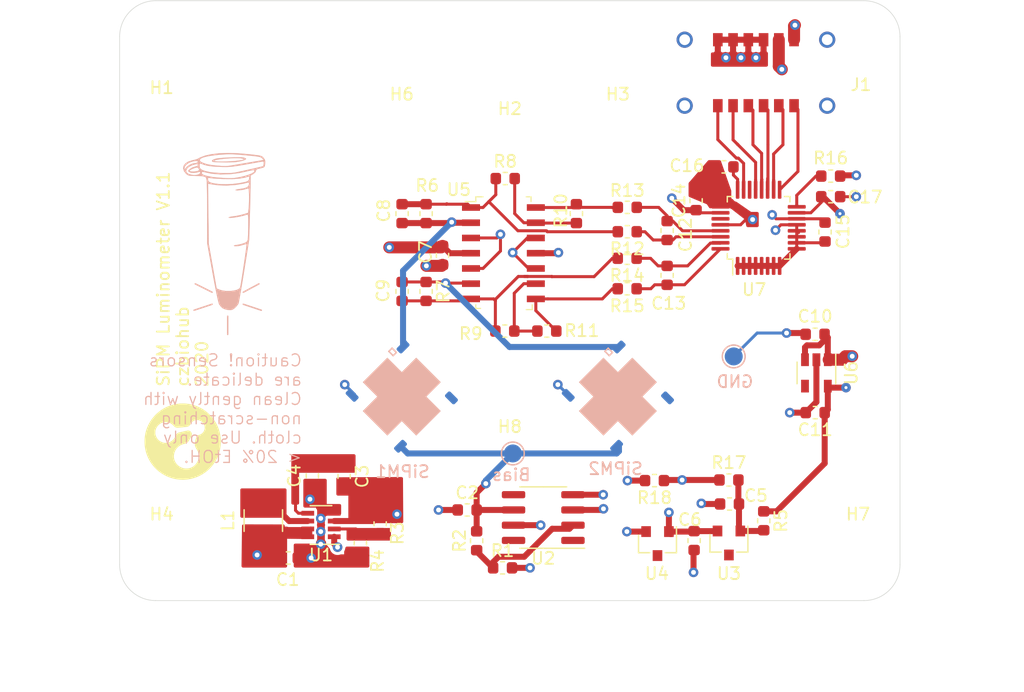
<source format=kicad_pcb>
(kicad_pcb (version 20171130) (host pcbnew "(5.1.5-0)")
  (layers (0 F.Cu signal) (1 In1.Cu signal) (2 In2.Cu signal) (31 B.Cu signal) (34 B.Paste user) (35 F.Paste user) (36 B.SilkS user) (37 F.SilkS user) (38 B.Mask user) (39 F.Mask user) (44 Edge.Cuts user))
  (net 0 "")
  (net 1 GNDA)
  (net 2 +5V)
  (net 3 "Net-(C3-Pad2)")
  (net 4 +3V0)
  (net 5 "Net-(C13-Pad1)")
  (net 6 +3V3)
  (net 7 /ADC0P)
  (net 8 /ADC0N)
  (net 9 /ADC1P)
  (net 10 /ADC1N)
  (net 11 /MOSI)
  (net 12 /MISO)
  (net 13 /SCLK)
  (net 14 /~CS)
  (net 15 "Net-(R3-Pad2)")
  (net 16 /BIAS)
  (net 17 /REF1.2V)
  (net 18 +34V)
  (net 19 "Net-(C9-Pad1)")
  (net 20 "Net-(C12-Pad2)")
  (net 21 "Net-(C12-Pad1)")
  (net 22 "Net-(C13-Pad2)")
  (net 23 /~DRDY)
  (net 24 "Net-(L1-Pad2)")
  (net 25 "Net-(R1-Pad1)")
  (net 26 "Net-(R10-Pad1)")
  (net 27 "Net-(R11-Pad1)")
  (net 28 "Net-(R16-Pad2)")
  (net 29 /GPCLK)
  (net 30 "Net-(C8-Pad2)")
  (net 31 "Net-(C16-Pad1)")
  (net 32 "Net-(C5-Pad1)")
  (net 33 /SiPM_REF)
  (module Luminometer_OPT101_Footprints:pcrTube (layer B.Cu) (at 123.75 99.2 180)
    (fp_text reference G*** hide)
    (fp_text value LOGO hide)
  )
  (module Luminometer_OPT101_Footprints:Harting_15210122401000 (layer F.Cu) (at 168 86)
    (fp_text reference J1 (at 8.75 1) (layer F.SilkS))
    (fp_text value Harting__15210122401000)
    (pad "" np_thru_hole circle (at 5.385 0) (size 1.6 1.6) (drill 1.6) (layers *.Cu *.Mask))
    (pad "" np_thru_hole circle (at -5.385 0) (size 1.6 1.6) (drill 1.6) (layers *.Cu *.Mask))
    (pad "" thru_hole circle (at -5.935 2.75) (size 1.35 1.35) (drill 0.9) (layers *.Cu *.Mask))
    (pad "" thru_hole circle (at 5.935 2.75) (size 1.35 1.35) (drill 0.9) (layers *.Cu *.Mask))
    (pad "" thru_hole circle (at 5.935 -2.75) (size 1.35 1.35) (drill 0.9) (layers *.Cu *.Mask))
    (pad "" thru_hole circle (at -5.935 -2.75) (size 1.35 1.35) (drill 0.9) (layers *.Cu *.Mask))
    (pad a6 smd rect (at -3.175 2.75) (size 0.8 1.1) (layers F.Cu F.Paste F.Mask) (net 29 /GPCLK))
    (pad a5 smd rect (at -1.905 2.75) (size 0.8 1.1) (layers F.Cu F.Paste F.Mask) (net 11 /MOSI))
    (pad a4 smd rect (at -0.635 2.75) (size 0.8 1.1) (layers F.Cu F.Paste F.Mask) (net 12 /MISO))
    (pad b1 smd rect (at 3.175 -2.75) (size 0.8 1.1) (layers F.Cu F.Paste F.Mask) (net 2 +5V))
    (pad b2 smd rect (at 1.905 -2.75) (size 0.8 1.1) (layers F.Cu F.Paste F.Mask) (net 6 +3V3))
    (pad b6 smd rect (at -3.175 -2.75) (size 0.8 1.1) (layers F.Cu F.Paste F.Mask) (net 1 GNDA))
    (pad a3 smd rect (at 0.635 2.75) (size 0.8 1.1) (layers F.Cu F.Paste F.Mask) (net 13 /SCLK))
    (pad a2 smd rect (at 1.905 2.75) (size 0.8 1.1) (layers F.Cu F.Paste F.Mask) (net 23 /~DRDY))
    (pad a1 smd rect (at 3.175 2.75) (size 0.8 1.1) (layers F.Cu F.Paste F.Mask) (net 14 /~CS))
    (pad b5 smd rect (at -1.905 -2.75) (size 0.8 1.1) (layers F.Cu F.Paste F.Mask) (net 1 GNDA))
    (pad b4 smd rect (at -0.635 -2.75) (size 0.8 1.1) (layers F.Cu F.Paste F.Mask) (net 1 GNDA))
    (pad b3 smd rect (at 0.635 -2.75) (size 0.8 1.1) (layers F.Cu F.Paste F.Mask) (net 1 GNDA))
  )
  (module Luminometer_OPT101_Footprints:Untitled (layer F.Cu) (at 120.25 116.75)
    (fp_text reference G*** hide)
    (fp_text value LOGO hide)
  )
  (module Resistor_SMD:R_0603_1608Metric (layer F.Cu) (at 159.55 120 180)
    (fp_text reference R18 (at 0 -1.43) (layer F.SilkS))
    (fp_text value 2k)
    (pad 2 smd roundrect (at 0.7875 0 180) (size 0.875 0.95) (layers F.Cu F.Paste F.Mask) (net 1 GNDA))
    (pad 1 smd roundrect (at -0.7875 0 180) (size 0.875 0.95) (layers F.Cu F.Paste F.Mask) (net 33 /SiPM_REF))
  )
  (module Resistor_SMD:R_0603_1608Metric (layer F.Cu) (at 165.75 119.95 180)
    (fp_text reference R17 (at 0 1.45) (layer F.SilkS))
    (fp_text value 180R)
    (pad 2 smd roundrect (at 0.7875 0 180) (size 0.875 0.95) (layers F.Cu F.Paste F.Mask) (net 33 /SiPM_REF))
    (pad 1 smd roundrect (at -0.7875 0 180) (size 0.875 0.95) (layers F.Cu F.Paste F.Mask) (net 32 "Net-(C5-Pad1)"))
  )
  (module TestPoint:TestPoint_Pad_D1.5mm (layer B.Cu) (at 166.15 109.65 90)
    (fp_text reference GND (at -2.1 0.1) (layer B.SilkS) (effects (justify mirror)))
    (fp_text value TestPoint)
    (pad 1 smd circle (at 0 0 90) (size 1.5 1.5) (layers B.Cu B.Mask) (net 1 GNDA))
  )
  (module MountingHole:MountingHole_2.7mm_M2.5 (layer F.Cu) (at 147.5 113)
    (fp_text reference H8 (at 0 2.5) (layer F.SilkS))
    (fp_text value MountingHole)
    (pad 1 np_thru_hole circle (at 0 0) (size 2.7 2.7) (drill 2.7) (layers *.Cu *.Mask))
  )
  (module MountingHole:MountingHole_2.7mm_M2.5 (layer F.Cu) (at 176.5 126.5)
    (fp_text reference H7 (at 0 -3.7) (layer F.SilkS))
    (fp_text value MountingHole)
    (pad 1 np_thru_hole circle (at 0 0) (size 2.7 2.7) (drill 2.7) (layers *.Cu *.Mask))
  )
  (module MountingHole:MountingHole_2.2mm_M2 (layer F.Cu) (at 138.5 90.992)
    (fp_text reference H6 (at 0 -3.2) (layer F.SilkS))
    (fp_text value MountingHole)
    (pad 1 np_thru_hole circle (at 0 0) (size 2.2 2.2) (drill 2.2) (layers *.Cu *.Mask))
  )
  (module MountingHole:MountingHole_2.7mm_M2.5 (layer F.Cu) (at 118.5 126.5)
    (fp_text reference H4 (at 0 -3.7) (layer F.SilkS))
    (fp_text value MountingHole)
    (pad 1 np_thru_hole circle (at 0 0) (size 2.7 2.7) (drill 2.7) (layers *.Cu *.Mask))
  )
  (module MountingHole:MountingHole_2.2mm_M2 (layer F.Cu) (at 156.5 90.992)
    (fp_text reference H3 (at 0 -3.2) (layer F.SilkS))
    (fp_text value MountingHole)
    (pad 1 np_thru_hole circle (at 0 0) (size 2.2 2.2) (drill 2.2) (layers *.Cu *.Mask))
  )
  (module MountingHole:MountingHole_2.7mm_M2.5 (layer F.Cu) (at 147.5 85)
    (fp_text reference H2 (at 0 4) (layer F.SilkS))
    (fp_text value MountingHole)
    (pad 1 np_thru_hole circle (at 0 0) (size 2.7 2.7) (drill 2.7) (layers *.Cu *.Mask))
  )
  (module MountingHole:MountingHole_2.7mm_M2.5 (layer F.Cu) (at 118.5 83.5)
    (fp_text reference H1 (at 0 3.75) (layer F.SilkS))
    (fp_text value MountingHole)
    (pad 1 np_thru_hole circle (at 0 0) (size 2.7 2.7) (drill 2.7) (layers *.Cu *.Mask))
  )
  (module Capacitor_SMD:C_0603_1608Metric (layer F.Cu) (at 163.016 96.6685 90)
    (fp_text reference C14 (at 0 -1.43 90) (layer F.SilkS))
    (fp_text value 1uF)
    (pad 2 smd roundrect (at 0.7875 0 90) (size 0.875 0.95) (layers F.Cu F.Paste F.Mask) (net 1 GNDA))
    (pad 1 smd roundrect (at -0.7875 0 90) (size 0.875 0.95) (layers F.Cu F.Paste F.Mask) (net 6 +3V3))
  )
  (module Capacitor_SMD:C_0603_1608Metric (layer F.Cu) (at 133.7 119.65 90)
    (fp_text reference C3 (at 0 1.5 90) (layer F.SilkS))
    (fp_text value 220nF)
    (pad 2 smd roundrect (at 0.7875 0 90) (size 0.875 0.95) (layers F.Cu F.Paste F.Mask) (net 3 "Net-(C3-Pad2)"))
    (pad 1 smd roundrect (at -0.7875 0 90) (size 0.875 0.95) (layers F.Cu F.Paste F.Mask) (net 18 +34V))
  )
  (module Capacitor_SMD:C_0603_1608Metric (layer F.Cu) (at 129.05 126.45)
    (fp_text reference C1 (at -0.05 1.8) (layer F.SilkS))
    (fp_text value 1uF)
    (pad 2 smd roundrect (at 0.7875 0) (size 0.875 0.95) (layers F.Cu F.Paste F.Mask) (net 1 GNDA))
    (pad 1 smd roundrect (at -0.7875 0) (size 0.875 0.95) (layers F.Cu F.Paste F.Mask) (net 2 +5V))
  )
  (module Capacitor_SMD:C_0603_1608Metric (layer F.Cu) (at 165.8 121.95 180)
    (fp_text reference C5 (at -2.2 0.7) (layer F.SilkS))
    (fp_text value 220nF)
    (pad 2 smd roundrect (at 0.7875 0 180) (size 0.875 0.95) (layers F.Cu F.Paste F.Mask) (net 1 GNDA))
    (pad 1 smd roundrect (at -0.7875 0 180) (size 0.875 0.95) (layers F.Cu F.Paste F.Mask) (net 32 "Net-(C5-Pad1)"))
  )
  (module Capacitor_SMD:C_0603_1608Metric (layer F.Cu) (at 162.85 125 270)
    (fp_text reference C6 (at -1.75 0.35 180) (layer F.SilkS))
    (fp_text value 220nF)
    (pad 2 smd roundrect (at 0.7875 0 270) (size 0.875 0.95) (layers F.Cu F.Paste F.Mask) (net 1 GNDA))
    (pad 1 smd roundrect (at -0.7875 0 270) (size 0.875 0.95) (layers F.Cu F.Paste F.Mask) (net 17 /REF1.2V))
  )
  (module Capacitor_SMD:C_0603_1608Metric (layer F.Cu) (at 138.526 97.7475 270)
    (fp_text reference C8 (at -0.2475 1.526 90) (layer F.SilkS))
    (fp_text value 1uF)
    (pad 2 smd roundrect (at 0.7875 0 270) (size 0.875 0.95) (layers F.Cu F.Paste F.Mask) (net 30 "Net-(C8-Pad2)"))
    (pad 1 smd roundrect (at -0.7875 0 270) (size 0.875 0.95) (layers F.Cu F.Paste F.Mask) (net 8 /ADC0N))
  )
  (module Package_TO_SOT_SMD:SOT-23 (layer F.Cu) (at 159.8 125.25 270)
    (fp_text reference U4 (at 2.5 0.05) (layer F.SilkS))
    (fp_text value ADR512)
    (pad 3 smd rect (at 1 0 270) (size 0.9 0.8) (layers F.Cu F.Paste F.Mask))
    (pad 2 smd rect (at -1 0.95 270) (size 0.9 0.8) (layers F.Cu F.Paste F.Mask) (net 1 GNDA))
    (pad 1 smd rect (at -1 -0.95 270) (size 0.9 0.8) (layers F.Cu F.Paste F.Mask) (net 17 /REF1.2V))
  )
  (module Resistor_SMD:R_0603_1608Metric (layer F.Cu) (at 140.526 104.2315 270)
    (fp_text reference R7 (at 0 -1.43 90) (layer F.SilkS))
    (fp_text value 100k)
    (pad 2 smd roundrect (at 0.7875 0 270) (size 0.875 0.95) (layers F.Cu F.Paste F.Mask) (net 10 /ADC1N))
    (pad 1 smd roundrect (at -0.7875 0 270) (size 0.875 0.95) (layers F.Cu F.Paste F.Mask) (net 19 "Net-(C9-Pad1)"))
  )
  (module Resistor_SMD:R_0603_1608Metric (layer F.Cu) (at 147.0835 107.535)
    (fp_text reference R9 (at -2.8335 0.215) (layer F.SilkS))
    (fp_text value 2k)
    (pad 2 smd roundrect (at 0.7875 0) (size 0.875 0.95) (layers F.Cu F.Paste F.Mask) (net 27 "Net-(R11-Pad1)"))
    (pad 1 smd roundrect (at -0.7875 0) (size 0.875 0.95) (layers F.Cu F.Paste F.Mask) (net 10 /ADC1N))
  )
  (module Resistor_SMD:R_0603_1608Metric (layer F.Cu) (at 153.046 97.7475 90)
    (fp_text reference R10 (at 0.2475 -1.296 270) (layer F.SilkS))
    (fp_text value 2k)
    (pad 2 smd roundrect (at 0.7875 0 90) (size 0.875 0.95) (layers F.Cu F.Paste F.Mask) (net 7 /ADC0P))
    (pad 1 smd roundrect (at -0.7875 0 90) (size 0.875 0.95) (layers F.Cu F.Paste F.Mask) (net 26 "Net-(R10-Pad1)"))
  )
  (module Resistor_SMD:R_0603_1608Metric (layer F.Cu) (at 157.2835 97.223 180)
    (fp_text reference R13 (at 0 1.397) (layer F.SilkS))
    (fp_text value 1k)
    (pad 2 smd roundrect (at 0.7875 0 180) (size 0.875 0.95) (layers F.Cu F.Paste F.Mask) (net 7 /ADC0P))
    (pad 1 smd roundrect (at -0.7875 0 180) (size 0.875 0.95) (layers F.Cu F.Paste F.Mask) (net 20 "Net-(C12-Pad2)"))
  )
  (module Resistor_SMD:R_0603_1608Metric (layer F.Cu) (at 157.2755 101.469 180)
    (fp_text reference R14 (at 0 -1.43) (layer F.SilkS))
    (fp_text value 1k)
    (pad 2 smd roundrect (at 0.7875 0 180) (size 0.875 0.95) (layers F.Cu F.Paste F.Mask) (net 10 /ADC1N))
    (pad 1 smd roundrect (at -0.7875 0 180) (size 0.875 0.95) (layers F.Cu F.Paste F.Mask) (net 5 "Net-(C13-Pad1)"))
  )
  (module Resistor_SMD:R_0603_1608Metric (layer F.Cu) (at 157.2755 104.009 180)
    (fp_text reference R15 (at 0 -1.43) (layer F.SilkS))
    (fp_text value 1k)
    (pad 2 smd roundrect (at 0.7875 0 180) (size 0.875 0.95) (layers F.Cu F.Paste F.Mask) (net 9 /ADC1P))
    (pad 1 smd roundrect (at -0.7875 0 180) (size 0.875 0.95) (layers F.Cu F.Paste F.Mask) (net 22 "Net-(C13-Pad2)"))
  )
  (module Capacitor_SMD:C_0603_1608Metric (layer F.Cu) (at 138.526 104.2315 270)
    (fp_text reference C9 (at -0.0595 1.585 90) (layer F.SilkS))
    (fp_text value 1uF)
    (pad 2 smd roundrect (at 0.7875 0 270) (size 0.875 0.95) (layers F.Cu F.Paste F.Mask) (net 10 /ADC1N))
    (pad 1 smd roundrect (at -0.7875 0 270) (size 0.875 0.95) (layers F.Cu F.Paste F.Mask) (net 19 "Net-(C9-Pad1)"))
  )
  (module Capacitor_SMD:C_0603_1608Metric (layer F.Cu) (at 172.9285 107.804 180)
    (fp_text reference C10 (at 0 1.5) (layer F.SilkS))
    (fp_text value 1uF)
    (pad 2 smd roundrect (at 0.7875 0 180) (size 0.875 0.95) (layers F.Cu F.Paste F.Mask) (net 1 GNDA))
    (pad 1 smd roundrect (at -0.7875 0 180) (size 0.875 0.95) (layers F.Cu F.Paste F.Mask) (net 2 +5V))
  )
  (module Capacitor_SMD:C_0603_1608Metric (layer F.Cu) (at 172.9385 114.334 180)
    (fp_text reference C11 (at 0 -1.43) (layer F.SilkS))
    (fp_text value 1uF)
    (pad 2 smd roundrect (at 0.7875 0 180) (size 0.875 0.95) (layers F.Cu F.Paste F.Mask) (net 1 GNDA))
    (pad 1 smd roundrect (at -0.7875 0 180) (size 0.875 0.95) (layers F.Cu F.Paste F.Mask) (net 4 +3V0))
  )
  (module Capacitor_SMD:C_0603_1608Metric (layer F.Cu) (at 160.603 102.8915 270)
    (fp_text reference C13 (at 2.3325 -0.135 180) (layer F.SilkS))
    (fp_text value 10nF)
    (pad 2 smd roundrect (at 0.7875 0 270) (size 0.875 0.95) (layers F.Cu F.Paste F.Mask) (net 22 "Net-(C13-Pad2)"))
    (pad 1 smd roundrect (at -0.7875 0 270) (size 0.875 0.95) (layers F.Cu F.Paste F.Mask) (net 5 "Net-(C13-Pad1)"))
  )
  (module Capacitor_SMD:C_0603_1608Metric (layer F.Cu) (at 173.7555 99.2805 270)
    (fp_text reference C15 (at -0.0305 -1.4945 90) (layer F.SilkS))
    (fp_text value 220nF)
    (pad 2 smd roundrect (at 0.7875 0 270) (size 0.875 0.95) (layers F.Cu F.Paste F.Mask) (net 1 GNDA))
    (pad 1 smd roundrect (at -0.7875 0 270) (size 0.875 0.95) (layers F.Cu F.Paste F.Mask) (net 17 /REF1.2V))
  )
  (module Capacitor_SMD:C_0603_1608Metric (layer F.Cu) (at 165.3355 93.849 180)
    (fp_text reference C16 (at 3.0855 0.099) (layer F.SilkS))
    (fp_text value 220nF)
    (pad 2 smd roundrect (at 0.7875 0 180) (size 0.875 0.95) (layers F.Cu F.Paste F.Mask) (net 1 GNDA))
    (pad 1 smd roundrect (at -0.7875 0 180) (size 0.875 0.95) (layers F.Cu F.Paste F.Mask) (net 31 "Net-(C16-Pad1)"))
  )
  (module Capacitor_SMD:C_0603_1608Metric (layer F.Cu) (at 174.2255 96.334)
    (fp_text reference C17 (at 2.8575 0.035) (layer F.SilkS))
    (fp_text value 1uF)
    (pad 2 smd roundrect (at 0.7875 0) (size 0.875 0.95) (layers F.Cu F.Paste F.Mask) (net 1 GNDA))
    (pad 1 smd roundrect (at -0.7875 0) (size 0.875 0.95) (layers F.Cu F.Paste F.Mask) (net 4 +3V0))
  )
  (module Resistor_SMD:R_0603_1608Metric (layer F.Cu) (at 150.5835 107.535)
    (fp_text reference R11 (at 2.9165 -0.035) (layer F.SilkS))
    (fp_text value 2k)
    (pad 2 smd roundrect (at 0.7875 0) (size 0.875 0.95) (layers F.Cu F.Paste F.Mask) (net 9 /ADC1P))
    (pad 1 smd roundrect (at -0.7875 0) (size 0.875 0.95) (layers F.Cu F.Paste F.Mask) (net 27 "Net-(R11-Pad1)"))
  )
  (module digikey-footprints:SOIC-14_W3.9mm (layer F.Cu) (at 146.966 101.046 270)
    (fp_text reference U5 (at -5.296 3.716) (layer F.SilkS))
    (fp_text value ADA4522-4)
    (pad 14 smd rect (at -3.81 -2.7 270) (size 0.55 1.5) (layers F.Cu F.Paste F.Mask) (net 7 /ADC0P))
    (pad 13 smd rect (at -2.54 -2.7 270) (size 0.55 1.5) (layers F.Cu F.Paste F.Mask) (net 26 "Net-(R10-Pad1)"))
    (pad 12 smd rect (at -1.27 -2.7 270) (size 0.55 1.5) (layers F.Cu F.Paste F.Mask) (net 17 /REF1.2V))
    (pad 11 smd rect (at 0 -2.7 270) (size 0.55 1.5) (layers F.Cu F.Paste F.Mask) (net 1 GNDA))
    (pad 10 smd rect (at 1.27 -2.7 270) (size 0.55 1.5) (layers F.Cu F.Paste F.Mask) (net 17 /REF1.2V))
    (pad 9 smd rect (at 2.54 -2.7 270) (size 0.55 1.5) (layers F.Cu F.Paste F.Mask) (net 27 "Net-(R11-Pad1)"))
    (pad 8 smd rect (at 3.81 -2.7 270) (size 0.55 1.5) (layers F.Cu F.Paste F.Mask) (net 9 /ADC1P))
    (pad 7 smd rect (at 3.81 2.7 270) (size 0.55 1.5) (layers F.Cu F.Paste F.Mask) (net 10 /ADC1N))
    (pad 6 smd rect (at 2.54 2.7 270) (size 0.55 1.5) (layers F.Cu F.Paste F.Mask) (net 19 "Net-(C9-Pad1)"))
    (pad 5 smd rect (at 1.27 2.7 270) (size 0.55 1.5) (layers F.Cu F.Paste F.Mask) (net 33 /SiPM_REF))
    (pad 4 smd rect (at 0 2.7 270) (size 0.55 1.5) (layers F.Cu F.Paste F.Mask) (net 2 +5V))
    (pad 3 smd rect (at -1.27 2.7 270) (size 0.55 1.5) (layers F.Cu F.Paste F.Mask) (net 33 /SiPM_REF))
    (pad 2 smd rect (at -2.54 2.7 270) (size 0.55 1.5) (layers F.Cu F.Paste F.Mask) (net 30 "Net-(C8-Pad2)"))
    (pad 1 smd rect (at -3.81 2.7 270) (size 0.55 1.5) (layers F.Cu F.Paste F.Mask) (net 8 /ADC0N))
  )
  (module Package_QFP:LQFP-32_5x5mm_P0.5mm (layer F.Cu) (at 168.223 98.929 90)
    (fp_text reference U7 (at -5.152 -0.373 180) (layer F.SilkS))
    (fp_text value ADS131M08IPBS)
    (pad 32 smd roundrect (at -1.75 -3.175 90) (size 0.3 1.5) (layers F.Cu F.Paste F.Mask) (net 22 "Net-(C13-Pad2)"))
    (pad 31 smd roundrect (at -1.25 -3.175 90) (size 0.3 1.5) (layers F.Cu F.Paste F.Mask) (net 5 "Net-(C13-Pad1)"))
    (pad 30 smd roundrect (at -0.75 -3.175 90) (size 0.3 1.5) (layers F.Cu F.Paste F.Mask) (net 21 "Net-(C12-Pad1)"))
    (pad 29 smd roundrect (at -0.25 -3.175 90) (size 0.3 1.5) (layers F.Cu F.Paste F.Mask) (net 20 "Net-(C12-Pad2)"))
    (pad 28 smd roundrect (at 0.25 -3.175 90) (size 0.3 1.5) (layers F.Cu F.Paste F.Mask) (net 1 GNDA))
    (pad 27 smd roundrect (at 0.75 -3.175 90) (size 0.3 1.5) (layers F.Cu F.Paste F.Mask))
    (pad 26 smd roundrect (at 1.25 -3.175 90) (size 0.3 1.5) (layers F.Cu F.Paste F.Mask) (net 6 +3V3))
    (pad 25 smd roundrect (at 1.75 -3.175 90) (size 0.3 1.5) (layers F.Cu F.Paste F.Mask) (net 1 GNDA))
    (pad 24 smd roundrect (at 3.175 -1.75 90) (size 1.5 0.3) (layers F.Cu F.Paste F.Mask) (net 31 "Net-(C16-Pad1)"))
    (pad 23 smd roundrect (at 3.175 -1.25 90) (size 1.5 0.3) (layers F.Cu F.Paste F.Mask) (net 29 /GPCLK))
    (pad 22 smd roundrect (at 3.175 -0.75 90) (size 1.5 0.3) (layers F.Cu F.Paste F.Mask))
    (pad 21 smd roundrect (at 3.175 -0.25 90) (size 1.5 0.3) (layers F.Cu F.Paste F.Mask) (net 11 /MOSI))
    (pad 20 smd roundrect (at 3.175 0.25 90) (size 1.5 0.3) (layers F.Cu F.Paste F.Mask) (net 12 /MISO))
    (pad 19 smd roundrect (at 3.175 0.75 90) (size 1.5 0.3) (layers F.Cu F.Paste F.Mask) (net 13 /SCLK))
    (pad 18 smd roundrect (at 3.175 1.25 90) (size 1.5 0.3) (layers F.Cu F.Paste F.Mask) (net 23 /~DRDY))
    (pad 17 smd roundrect (at 3.175 1.75 90) (size 1.5 0.3) (layers F.Cu F.Paste F.Mask) (net 14 /~CS))
    (pad 16 smd roundrect (at 1.75 3.175 90) (size 0.3 1.5) (layers F.Cu F.Paste F.Mask) (net 28 "Net-(R16-Pad2)"))
    (pad 15 smd roundrect (at 1.25 3.175 90) (size 0.3 1.5) (layers F.Cu F.Paste F.Mask) (net 4 +3V0))
    (pad 14 smd roundrect (at 0.75 3.175 90) (size 0.3 1.5) (layers F.Cu F.Paste F.Mask) (net 17 /REF1.2V))
    (pad 13 smd roundrect (at 0.25 3.175 90) (size 0.3 1.5) (layers F.Cu F.Paste F.Mask) (net 1 GNDA))
    (pad 12 smd roundrect (at -0.25 3.175 90) (size 0.3 1.5) (layers F.Cu F.Paste F.Mask) (net 1 GNDA))
    (pad 11 smd roundrect (at -0.75 3.175 90) (size 0.3 1.5) (layers F.Cu F.Paste F.Mask) (net 1 GNDA))
    (pad 10 smd roundrect (at -1.25 3.175 90) (size 0.3 1.5) (layers F.Cu F.Paste F.Mask) (net 1 GNDA))
    (pad 9 smd roundrect (at -1.75 3.175 90) (size 0.3 1.5) (layers F.Cu F.Paste F.Mask) (net 1 GNDA))
    (pad 8 smd roundrect (at -3.175 1.75 90) (size 1.5 0.3) (layers F.Cu F.Paste F.Mask) (net 1 GNDA))
    (pad 7 smd roundrect (at -3.175 1.25 90) (size 1.5 0.3) (layers F.Cu F.Paste F.Mask) (net 1 GNDA))
    (pad 6 smd roundrect (at -3.175 0.75 90) (size 1.5 0.3) (layers F.Cu F.Paste F.Mask) (net 1 GNDA))
    (pad 5 smd roundrect (at -3.175 0.25 90) (size 1.5 0.3) (layers F.Cu F.Paste F.Mask) (net 1 GNDA))
    (pad 4 smd roundrect (at -3.175 -0.25 90) (size 1.5 0.3) (layers F.Cu F.Paste F.Mask) (net 1 GNDA))
    (pad 3 smd roundrect (at -3.175 -0.75 90) (size 1.5 0.3) (layers F.Cu F.Paste F.Mask) (net 1 GNDA))
    (pad 2 smd roundrect (at -3.175 -1.25 90) (size 1.5 0.3) (layers F.Cu F.Paste F.Mask) (net 1 GNDA))
    (pad 1 smd roundrect (at -3.175 -1.75 90) (size 1.5 0.3) (layers F.Cu F.Paste F.Mask) (net 1 GNDA))
  )
  (module Luminometer_OPT101_Footprints:OnSemi_CASE512 (layer B.Cu) (at 138.5 113 315)
    (fp_text reference SiPM1 (at 4.463965 4.386183 180) (layer B.SilkS) (effects (justify mirror)))
    (fp_text value MICROFC−60035−SMT)
    (pad 5 smd custom (at 0 0 315) (size 2.9 2.9) (layers B.SilkS) (options (clearance outline) (anchor rect)) (primitives (gr_poly (pts (xy 1.45 -1.45) (xy 3.15 -1.45) (xy 3.15 1.45) (xy 1.45 1.45)) (width 0)) (gr_poly (pts (xy 1.45 1.45) (xy 1.45 3.15) (xy -1.45 3.15) (xy -1.45 1.45)) (width 0)) (gr_poly (pts (xy -1.45 1.45) (xy -3.15 1.45) (xy -3.15 -1.45) (xy -1.45 -1.45)) (width 0)) (gr_poly (pts (xy -1.45 -1.45) (xy -1.45 -3.15) (xy 1.45 -3.15) (xy 1.45 -1.45)) (width 0))))
    (pad 4 smd roundrect (at -3 2.85 225) (size 0.6 1.1) (layers B.Cu B.Paste B.Mask) (net 1 GNDA))
    (pad 3 smd roundrect (at 2.85 3 315) (size 0.6 1.1) (layers B.Cu B.Paste B.Mask) (net 16 /BIAS))
    (pad 2 smd roundrect (at 3 -2.85 225) (size 0.6 1.1) (layers B.Cu B.Paste B.Mask))
    (pad 1 smd roundrect (at -2.85 -3 315) (size 0.6 1.1) (layers B.Cu B.Paste B.Mask) (net 30 "Net-(C8-Pad2)"))
  )
  (module Luminometer_OPT101_Footprints:OnSemi_CASE512 (layer B.Cu) (at 156.5 113 315)
    (fp_text reference SiPM2 (at 4.110412 4.386183) (layer B.SilkS) (effects (justify mirror)))
    (fp_text value MICROFC−60035−SMT)
    (pad 5 smd custom (at 0 0 315) (size 2.9 2.9) (layers B.SilkS) (options (clearance outline) (anchor rect)) (primitives (gr_poly (pts (xy 1.45 -1.45) (xy 3.15 -1.45) (xy 3.15 1.45) (xy 1.45 1.45)) (width 0)) (gr_poly (pts (xy 1.45 1.45) (xy 1.45 3.15) (xy -1.45 3.15) (xy -1.45 1.45)) (width 0)) (gr_poly (pts (xy -1.45 1.45) (xy -3.15 1.45) (xy -3.15 -1.45) (xy -1.45 -1.45)) (width 0)) (gr_poly (pts (xy -1.45 -1.45) (xy -1.45 -3.15) (xy 1.45 -3.15) (xy 1.45 -1.45)) (width 0))))
    (pad 4 smd roundrect (at -3 2.85 225) (size 0.6 1.1) (layers B.Cu B.Paste B.Mask) (net 1 GNDA))
    (pad 3 smd roundrect (at 2.85 3 315) (size 0.6 1.1) (layers B.Cu B.Paste B.Mask) (net 16 /BIAS))
    (pad 2 smd roundrect (at 3 -2.85 225) (size 0.6 1.1) (layers B.Cu B.Paste B.Mask))
    (pad 1 smd roundrect (at -2.85 -3 315) (size 0.6 1.1) (layers B.Cu B.Paste B.Mask) (net 19 "Net-(C9-Pad1)"))
  )
  (module Capacitor_SMD:C_0603_1608Metric (layer F.Cu) (at 143.9495 122.447)
    (fp_text reference C2 (at 0 -1.43) (layer F.SilkS))
    (fp_text value 220nF)
    (pad 2 smd roundrect (at 0.7875 0) (size 0.875 0.95) (layers F.Cu F.Paste F.Mask) (net 16 /BIAS))
    (pad 1 smd roundrect (at -0.7875 0) (size 0.875 0.95) (layers F.Cu F.Paste F.Mask) (net 1 GNDA))
  )
  (module Resistor_SMD:R_0603_1608Metric (layer F.Cu) (at 146.896 127.273)
    (fp_text reference R1 (at 0 -1.43 180) (layer F.SilkS))
    (fp_text value 1k)
    (pad 2 smd roundrect (at 0.7875 0) (size 0.875 0.95) (layers F.Cu F.Paste F.Mask) (net 1 GNDA))
    (pad 1 smd roundrect (at -0.7875 0) (size 0.875 0.95) (layers F.Cu F.Paste F.Mask) (net 25 "Net-(R1-Pad1)"))
  )
  (module Resistor_SMD:R_0603_1608Metric (layer F.Cu) (at 144.737 125.0125 90)
    (fp_text reference R2 (at 0 -1.43 90) (layer F.SilkS))
    (fp_text value 24k)
    (pad 2 smd roundrect (at 0.7875 0 90) (size 0.875 0.95) (layers F.Cu F.Paste F.Mask) (net 16 /BIAS))
    (pad 1 smd roundrect (at -0.7875 0 90) (size 0.875 0.95) (layers F.Cu F.Paste F.Mask) (net 25 "Net-(R1-Pad1)"))
  )
  (module Resistor_SMD:R_0603_1608Metric (layer F.Cu) (at 168.65 123.35 270)
    (fp_text reference R5 (at 0 -1.43 90) (layer F.SilkS))
    (fp_text value 300R)
    (pad 2 smd roundrect (at 0.7875 0 270) (size 0.875 0.95) (layers F.Cu F.Paste F.Mask) (net 32 "Net-(C5-Pad1)"))
    (pad 1 smd roundrect (at -0.7875 0 270) (size 0.875 0.95) (layers F.Cu F.Paste F.Mask) (net 4 +3V0))
  )
  (module Resistor_SMD:R_0603_1608Metric (layer F.Cu) (at 136.7 123.6 270)
    (fp_text reference R3 (at 0.7875 -1.43 90) (layer F.SilkS))
    (fp_text value 2.7M)
    (pad 2 smd roundrect (at 0.7875 0 270) (size 0.875 0.95) (layers F.Cu F.Paste F.Mask) (net 15 "Net-(R3-Pad2)"))
    (pad 1 smd roundrect (at -0.7875 0 270) (size 0.875 0.95) (layers F.Cu F.Paste F.Mask) (net 18 +34V))
  )
  (module Resistor_SMD:R_0603_1608Metric (layer F.Cu) (at 135.05 125.2 270)
    (fp_text reference R4 (at 1.5 -1.43 90) (layer F.SilkS))
    (fp_text value 100k)
    (pad 2 smd roundrect (at 0.7875 0 270) (size 0.875 0.95) (layers F.Cu F.Paste F.Mask) (net 1 GNDA))
    (pad 1 smd roundrect (at -0.7875 0 270) (size 0.875 0.95) (layers F.Cu F.Paste F.Mask) (net 15 "Net-(R3-Pad2)"))
  )
  (module Capacitor_SMD:C_0603_1608Metric (layer F.Cu) (at 131.05 119.6 270)
    (fp_text reference C4 (at 0 1.5 90) (layer F.SilkS))
    (fp_text value 330nF)
    (pad 2 smd roundrect (at 0.7875 0 270) (size 0.875 0.95) (layers F.Cu F.Paste F.Mask) (net 1 GNDA))
    (pad 1 smd roundrect (at -0.7875 0 270) (size 0.875 0.95) (layers F.Cu F.Paste F.Mask) (net 3 "Net-(C3-Pad2)"))
  )
  (module Luminometer_OPT101_Footprints:L_1212_3030Metric (layer F.Cu) (at 126.967 123.331 90)
    (fp_text reference L1 (at 0 -2.95 90) (layer F.SilkS))
    (fp_text value " ")
    (pad 1 smd rect (at -1.05 0 90) (size 1.3 3.4) (layers F.Cu F.Paste F.Mask) (net 2 +5V))
    (pad 2 smd rect (at 1.05 0 90) (size 1.3 3.4) (layers F.Cu F.Paste F.Mask) (net 24 "Net-(L1-Pad2)"))
  )
  (module Capacitor_SMD:C_0603_1608Metric (layer F.Cu) (at 141.894 101.2255 270)
    (fp_text reference C7 (at -0.278 1.413 90) (layer F.SilkS))
    (fp_text value 1uF)
    (pad 2 smd roundrect (at 0.7875 0 270) (size 0.875 0.95) (layers F.Cu F.Paste F.Mask) (net 1 GNDA))
    (pad 1 smd roundrect (at -0.7875 0 270) (size 0.875 0.95) (layers F.Cu F.Paste F.Mask) (net 2 +5V))
  )
  (module Package_TO_SOT_SMD:SOT-23-8 (layer F.Cu) (at 131.772 123.701 180)
    (fp_text reference U1 (at 0 -2.5) (layer F.SilkS))
    (fp_text value LT3464)
    (pad 8 smd rect (at 1.1 -0.98 180) (size 1.06 0.4) (layers F.Cu F.Paste F.Mask) (net 2 +5V))
    (pad 7 smd rect (at 1.1 -0.33 180) (size 1.06 0.4) (layers F.Cu F.Paste F.Mask) (net 2 +5V))
    (pad 6 smd rect (at 1.1 0.33 180) (size 1.06 0.4) (layers F.Cu F.Paste F.Mask) (net 24 "Net-(L1-Pad2)"))
    (pad 5 smd rect (at 1.1 0.98 180) (size 1.06 0.4) (layers F.Cu F.Paste F.Mask) (net 3 "Net-(C3-Pad2)"))
    (pad 4 smd rect (at -1.1 0.98 180) (size 1.06 0.4) (layers F.Cu F.Paste F.Mask) (net 1 GNDA))
    (pad 3 smd rect (at -1.1 0.33 180) (size 1.06 0.4) (layers F.Cu F.Paste F.Mask) (net 18 +34V))
    (pad 2 smd rect (at -1.1 -0.33 180) (size 1.06 0.4) (layers F.Cu F.Paste F.Mask) (net 15 "Net-(R3-Pad2)"))
    (pad 1 smd rect (at -1.1 -0.98 180) (size 1.06 0.4) (layers F.Cu F.Paste F.Mask) (net 2 +5V))
  )
  (module Package_TO_SOT_SMD:SOT-23 (layer F.Cu) (at 165.75 125.2 270)
    (fp_text reference U3 (at 2.55 0 180) (layer F.SilkS))
    (fp_text value ADR512)
    (pad 3 smd rect (at 1 0 270) (size 0.9 0.8) (layers F.Cu F.Paste F.Mask))
    (pad 2 smd rect (at -1 0.95 270) (size 0.9 0.8) (layers F.Cu F.Paste F.Mask) (net 17 /REF1.2V))
    (pad 1 smd rect (at -1 -0.95 270) (size 0.9 0.8) (layers F.Cu F.Paste F.Mask) (net 32 "Net-(C5-Pad1)"))
  )
  (module Package_TO_SOT_SMD:SOT-23-5 (layer F.Cu) (at 173.036 111.024 270)
    (fp_text reference U6 (at 0 -2.9 90) (layer F.SilkS))
    (fp_text value LP5907MFX-3)
    (pad 5 smd rect (at 1.1 -0.95 270) (size 1.06 0.65) (layers F.Cu F.Paste F.Mask) (net 4 +3V0))
    (pad 4 smd rect (at 1.1 0.95 270) (size 1.06 0.65) (layers F.Cu F.Paste F.Mask))
    (pad 3 smd rect (at -1.1 0.95 270) (size 1.06 0.65) (layers F.Cu F.Paste F.Mask) (net 2 +5V))
    (pad 2 smd rect (at -1.1 0 270) (size 1.06 0.65) (layers F.Cu F.Paste F.Mask) (net 1 GNDA))
    (pad 1 smd rect (at -1.1 -0.95 270) (size 1.06 0.65) (layers F.Cu F.Paste F.Mask) (net 2 +5V))
  )
  (module Resistor_SMD:R_0603_1608Metric (layer F.Cu) (at 140.526 97.7475 90)
    (fp_text reference R6 (at 2.3385 0.098 180) (layer F.SilkS))
    (fp_text value 100k)
    (pad 2 smd roundrect (at 0.7875 0 90) (size 0.875 0.95) (layers F.Cu F.Paste F.Mask) (net 8 /ADC0N))
    (pad 1 smd roundrect (at -0.7875 0 90) (size 0.875 0.95) (layers F.Cu F.Paste F.Mask) (net 30 "Net-(C8-Pad2)"))
  )
  (module Resistor_SMD:R_0603_1608Metric (layer F.Cu) (at 147.1185 94.823)
    (fp_text reference R8 (at 0 -1.43) (layer F.SilkS))
    (fp_text value 2k)
    (pad 2 smd roundrect (at 0.7875 0) (size 0.875 0.95) (layers F.Cu F.Paste F.Mask) (net 26 "Net-(R10-Pad1)"))
    (pad 1 smd roundrect (at -0.7875 0) (size 0.875 0.95) (layers F.Cu F.Paste F.Mask) (net 8 /ADC0N))
  )
  (module Resistor_SMD:R_0603_1608Metric (layer F.Cu) (at 157.2835 99.255 180)
    (fp_text reference R12 (at 0 -1.43) (layer F.SilkS))
    (fp_text value 1k)
    (pad 2 smd roundrect (at 0.7875 0 180) (size 0.875 0.95) (layers F.Cu F.Paste F.Mask) (net 8 /ADC0N))
    (pad 1 smd roundrect (at -0.7875 0 180) (size 0.875 0.95) (layers F.Cu F.Paste F.Mask) (net 21 "Net-(C12-Pad1)"))
  )
  (module Package_SO:SOIC-8_3.9x4.9mm_P1.27mm (layer F.Cu) (at 150.284 123.081 180)
    (fp_text reference U2 (at 0 -3.4 180) (layer F.SilkS))
    (fp_text value ADA4522-1)
    (pad 8 smd roundrect (at 2.475 -1.905 180) (size 1.95 0.6) (layers F.Cu F.Paste F.Mask))
    (pad 7 smd roundrect (at 2.475 -0.635 180) (size 1.95 0.6) (layers F.Cu F.Paste F.Mask) (net 18 +34V))
    (pad 6 smd roundrect (at 2.475 0.635 180) (size 1.95 0.6) (layers F.Cu F.Paste F.Mask) (net 16 /BIAS))
    (pad 5 smd roundrect (at 2.475 1.905 180) (size 1.95 0.6) (layers F.Cu F.Paste F.Mask))
    (pad 4 smd roundrect (at -2.475 1.905 180) (size 1.95 0.6) (layers F.Cu F.Paste F.Mask) (net 1 GNDA))
    (pad 3 smd roundrect (at -2.475 0.635 180) (size 1.95 0.6) (layers F.Cu F.Paste F.Mask) (net 17 /REF1.2V))
    (pad 2 smd roundrect (at -2.475 -0.635 180) (size 1.95 0.6) (layers F.Cu F.Paste F.Mask) (net 25 "Net-(R1-Pad1)"))
    (pad 1 smd roundrect (at -2.475 -1.905 180) (size 1.95 0.6) (layers F.Cu F.Paste F.Mask))
  )
  (module Resistor_SMD:R_0603_1608Metric (layer F.Cu) (at 174.2255 94.619 180)
    (fp_text reference R16 (at 0 1.5) (layer F.SilkS))
    (fp_text value 470)
    (pad 2 smd roundrect (at 0.7875 0 180) (size 0.875 0.95) (layers F.Cu F.Paste F.Mask) (net 28 "Net-(R16-Pad2)"))
    (pad 1 smd roundrect (at -0.7875 0 180) (size 0.875 0.95) (layers F.Cu F.Paste F.Mask) (net 6 +3V3))
  )
  (module TestPoint:TestPoint_Pad_D1.5mm (layer B.Cu) (at 147.75 117.737 90)
    (fp_text reference Bias (at -1.778 -0.127) (layer B.SilkS) (effects (justify mirror)))
    (fp_text value TestPoint)
    (pad 1 smd circle (at 0 0 90) (size 1.5 1.5) (layers B.Cu B.Mask) (net 16 /BIAS))
  )
  (module Capacitor_SMD:C_0603_1608Metric (layer F.Cu) (at 160.603 99.1565 90)
    (fp_text reference C12 (at -0.3525 1.532 270) (layer F.SilkS))
    (fp_text value 10nF)
    (pad 2 smd roundrect (at 0.7875 0 90) (size 0.875 0.95) (layers F.Cu F.Paste F.Mask) (net 20 "Net-(C12-Pad2)"))
    (pad 1 smd roundrect (at -0.7875 0 90) (size 0.875 0.95) (layers F.Cu F.Paste F.Mask) (net 21 "Net-(C12-Pad1)"))
  )
  (gr_line (start 121.3 103.6) (end 122.7 104.3) (layer B.SilkS) (width 0.12))
  (gr_line (start 122.7 105.3) (end 121.2 105.8) (layer B.SilkS) (width 0.12))
  (gr_line (start 124 106.3) (end 124 107.815475) (layer B.SilkS) (width 0.12))
  (gr_line (start 125.3 105.3) (end 126.8 105.8) (layer B.SilkS) (width 0.12))
  (gr_line (start 125.3 104.3) (end 126.6 103.6) (layer B.SilkS) (width 0.12))
  (gr_arc (start 118 127) (end 115 127) (angle -90) (layer Edge.Cuts) (width 0.05))
  (gr_arc (start 177 127) (end 177 130) (angle -90) (layer Edge.Cuts) (width 0.05))
  (gr_arc (start 177 83) (end 180 83) (angle -90) (layer Edge.Cuts) (width 0.05))
  (gr_arc (start 118 83) (end 118 80) (angle -90) (layer Edge.Cuts) (width 0.05))
  (gr_line (start 177 80) (end 118 80) (layer Edge.Cuts) (width 0.05))
  (gr_line (start 180 83) (end 180 127) (layer Edge.Cuts) (width 0.05))
  (gr_text "Caution! Sensors\nare delicate.\nClean gently with \nnon-scratching \ncloth. Use only \n< 20% EtOH." (at 130.25 114) (layer B.SilkS) (effects (font (size 1 1) (thickness 0.1)) (justify left mirror)))
  (gr_text "SiPM Luminometer V1.1\nczbiohub\n2020" (at 120.25 112.25 90) (layer F.SilkS) (effects (font (size 1 1)) (justify left)))
  (gr_line (start 115 127) (end 115 83) (layer Edge.Cuts) (width 0.05))
  (gr_line (start 177 130) (end 118 130) (layer Edge.Cuts) (width 0.05))
  (via (at 163.45 121.9) (size 0.8) (drill 0.4) (layers F.Cu B.Cu) (net 1))
  (via (at 170.55 107.7) (size 0.8) (drill 0.4) (layers F.Cu B.Cu) (net 1))
  (via (at 169.628 99.128) (size 0.8) (drill 0.4) (layers F.Cu B.Cu) (net 1))
  (via (at 170.813 114.334) (size 0.8) (drill 0.4) (layers F.Cu B.Cu) (net 1))
  (via (at 176.359 96.334) (size 0.8) (drill 0.4) (layers F.Cu B.Cu) (net 1))
  (via (at 155.278 121.177) (size 0.8) (drill 0.4) (layers F.Cu B.Cu) (net 1))
  (via (at 141.562 122.447) (size 0.8) (drill 0.4) (layers F.Cu B.Cu) (net 1))
  (via (at 149.182 127.273) (size 0.8) (drill 0.4) (layers F.Cu B.Cu) (net 1))
  (via (at 130.85 121.55) (size 0.8) (drill 0.4) (layers F.Cu B.Cu) (net 1))
  (via (at 140.55 102.1) (size 0.8) (drill 0.4) (layers F.Cu B.Cu) (net 1))
  (via (at 151.546 100.997) (size 0.8) (drill 0.4) (layers F.Cu B.Cu) (net 1))
  (via (at 167.723 98.239) (size 0.8) (drill 0.4) (layers F.Cu B.Cu) (net 1))
  (segment (start 151.497 101.046) (end 151.546 100.997) (width 0.5) (layer F.Cu) (net 1))
  (segment (start 149.666 101.046) (end 151.497 101.046) (width 0.5) (layer F.Cu) (net 1))
  (segment (start 143.162 122.447) (end 141.562 122.447) (width 0.5) (layer F.Cu) (net 1))
  (segment (start 147.6835 127.273) (end 149.182 127.273) (width 0.5) (layer F.Cu) (net 1))
  (segment (start 152.76 121.177) (end 152.759 121.176) (width 0.5) (layer F.Cu) (net 1))
  (segment (start 155.278 121.177) (end 152.76 121.177) (width 0.5) (layer F.Cu) (net 1))
  (segment (start 165.798 98.679) (end 165.048 98.679) (width 0.25) (layer F.Cu) (net 1))
  (segment (start 167.157315 98.239) (end 166.717315 98.679) (width 0.25) (layer F.Cu) (net 1))
  (segment (start 166.717315 98.679) (end 165.798 98.679) (width 0.25) (layer F.Cu) (net 1))
  (segment (start 167.723 98.239) (end 167.157315 98.239) (width 0.25) (layer F.Cu) (net 1))
  (segment (start 171.398 100.679) (end 171.398 100.179) (width 0.25) (layer F.Cu) (net 1))
  (segment (start 171.398 100.179) (end 171.398 99.679) (width 0.25) (layer F.Cu) (net 1))
  (segment (start 171.398 99.679) (end 171.398 99.179) (width 0.25) (layer F.Cu) (net 1))
  (segment (start 171.398 99.179) (end 171.398 98.679) (width 0.25) (layer F.Cu) (net 1))
  (segment (start 171.398 99.179) (end 171.548 99.329) (width 0.25) (layer F.Cu) (net 1))
  (segment (start 173.819 100.1315) (end 173.7555 100.068) (width 0.25) (layer F.Cu) (net 1))
  (segment (start 173.6445 100.179) (end 173.7555 100.068) (width 0.25) (layer F.Cu) (net 1))
  (segment (start 171.398 100.179) (end 173.6445 100.179) (width 0.25) (layer F.Cu) (net 1))
  (segment (start 175.013 96.334) (end 176.359 96.334) (width 0.25) (layer F.Cu) (net 1))
  (segment (start 170.077 98.679) (end 169.628 99.128) (width 0.25) (layer F.Cu) (net 1))
  (segment (start 171.398 98.679) (end 170.077 98.679) (width 0.25) (layer F.Cu) (net 1))
  (segment (start 173.036 113.449) (end 172.151 114.334) (width 0.5) (layer F.Cu) (net 1))
  (segment (start 173.036 109.924) (end 173.036 113.449) (width 0.5) (layer F.Cu) (net 1))
  (segment (start 172.067 107.73) (end 172.141 107.804) (width 0.5) (layer F.Cu) (net 1))
  (segment (start 170.813 114.334) (end 172.151 114.334) (width 0.5) (layer F.Cu) (net 1))
  (via (at 133.75 112) (size 0.8) (drill 0.4) (layers F.Cu B.Cu) (net 1))
  (via (at 151.5 112) (size 0.8) (drill 0.4) (layers F.Cu B.Cu) (net 1))
  (segment (start 166.473 102.104) (end 169.973 102.104) (width 0.5) (layer F.Cu) (net 1))
  (segment (start 169.973 102.104) (end 171.398 100.679) (width 0.5) (layer F.Cu) (net 1))
  (segment (start 166.663 97.179) (end 167.723 98.239) (width 0.25) (layer F.Cu) (net 1))
  (segment (start 165.048 97.179) (end 166.663 97.179) (width 0.25) (layer F.Cu) (net 1))
  (segment (start 165.75 109.25) (end 166.25 109.25) (width 0.25) (layer B.Cu) (net 1))
  (via (at 162.8 127.65) (size 0.8) (drill 0.4) (layers F.Cu B.Cu) (net 1))
  (segment (start 172.037 107.7) (end 172.141 107.804) (width 0.5) (layer F.Cu) (net 1))
  (segment (start 170.55 107.7) (end 172.037 107.7) (width 0.5) (layer F.Cu) (net 1))
  (segment (start 163.5 121.95) (end 163.45 121.9) (width 0.5) (layer F.Cu) (net 1))
  (segment (start 165.0125 121.95) (end 163.5 121.95) (width 0.5) (layer F.Cu) (net 1))
  (segment (start 162.8 127.65) (end 162.8 126.0375) (width 0.5) (layer F.Cu) (net 1))
  (via (at 131.75 125.3) (size 0.8) (drill 0.4) (layers F.Cu B.Cu) (net 1))
  (via (at 157.25 124.25) (size 0.8) (drill 0.4) (layers F.Cu B.Cu) (net 1))
  (segment (start 157.25 124.25) (end 158.85 124.25) (width 0.5) (layer F.Cu) (net 1))
  (via (at 157.3 120) (size 0.8) (drill 0.4) (layers F.Cu B.Cu) (net 1))
  (segment (start 158.7625 120) (end 157.3 120) (width 0.5) (layer F.Cu) (net 1))
  (via (at 165.5 84.75) (size 0.8) (drill 0.4) (layers F.Cu B.Cu) (net 1))
  (via (at 166.75 84.75) (size 0.8) (drill 0.4) (layers F.Cu B.Cu) (net 1))
  (via (at 131.75 124.25) (size 0.8) (drill 0.4) (layers F.Cu B.Cu) (net 1))
  (via (at 131.75 123.15) (size 0.8) (drill 0.4) (layers F.Cu B.Cu) (net 1))
  (via (at 130.95 126.45) (size 0.8) (drill 0.4) (layers F.Cu B.Cu) (net 1))
  (segment (start 141.807 102.1) (end 141.894 102.013) (width 1) (layer F.Cu) (net 1))
  (segment (start 140.55 102.1) (end 141.807 102.1) (width 1) (layer F.Cu) (net 1))
  (segment (start 152.5 112.944359) (end 152.558425 112.885934) (width 0.25) (layer B.Cu) (net 1))
  (segment (start 134.558425 112.808425) (end 133.75 112) (width 0.25) (layer B.Cu) (net 1))
  (segment (start 134.558425 112.885934) (end 134.558425 112.808425) (width 0.25) (layer B.Cu) (net 1))
  (segment (start 152.385934 112.885934) (end 151.5 112) (width 0.25) (layer B.Cu) (net 1))
  (segment (start 152.558425 112.885934) (end 152.385934 112.885934) (width 0.25) (layer B.Cu) (net 1))
  (segment (start 168.1 107.7) (end 170.55 107.7) (width 0.25) (layer B.Cu) (net 1))
  (segment (start 166.15 109.65) (end 168.1 107.7) (width 0.25) (layer B.Cu) (net 1))
  (via (at 168 84.75) (size 0.8) (drill 0.4) (layers F.Cu B.Cu) (net 1))
  (via (at 175 97.75) (size 0.8) (drill 0.254) (layers F.Cu B.Cu) (net 4))
  (via (at 175.5 112.25) (size 0.8) (drill 0.254) (layers F.Cu B.Cu) (net 4))
  (via (at 133.15 125.55) (size 0.8) (drill 0.4) (layers F.Cu B.Cu) (net 2))
  (via (at 137.46 100.56) (size 0.8) (drill 0.4) (layers F.Cu B.Cu) (net 2))
  (via (at 126.45 126.2) (size 0.8) (drill 0.4) (layers F.Cu B.Cu) (net 2))
  (via (at 176.02 109.635) (size 0.8) (drill 0.4) (layers F.Cu B.Cu) (net 2))
  (via (at 171.25 82.038) (size 0.8) (drill 0.4) (layers F.Cu B.Cu) (net 2))
  (segment (start 127.267 124.681) (end 126.967 124.381) (width 0.5) (layer F.Cu) (net 2))
  (segment (start 175.165315 109.924) (end 174.061001 109.924) (width 1) (layer F.Cu) (net 2))
  (segment (start 175.454315 109.635) (end 175.165315 109.924) (width 1) (layer F.Cu) (net 2))
  (segment (start 176.02 109.635) (end 175.454315 109.635) (width 1) (layer F.Cu) (net 2))
  (segment (start 173.716 108.279) (end 173.716 107.804) (width 0.5) (layer F.Cu) (net 2))
  (segment (start 173.26599 108.72901) (end 173.716 108.279) (width 0.5) (layer F.Cu) (net 2))
  (segment (start 172.25099 108.72901) (end 173.26599 108.72901) (width 0.5) (layer F.Cu) (net 2))
  (segment (start 172.086 108.894) (end 172.25099 108.72901) (width 0.5) (layer F.Cu) (net 2))
  (segment (start 172.086 109.924) (end 172.086 108.894) (width 0.5) (layer F.Cu) (net 2))
  (segment (start 173.986 108.074) (end 173.716 107.804) (width 0.5) (layer F.Cu) (net 2))
  (segment (start 173.986 109.924) (end 173.986 108.074) (width 0.5) (layer F.Cu) (net 2))
  (segment (start 141.772 100.56) (end 141.894 100.438) (width 1) (layer F.Cu) (net 2))
  (segment (start 137.46 100.56) (end 141.772 100.56) (width 1) (layer F.Cu) (net 2))
  (segment (start 132.872 125.272) (end 133.15 125.55) (width 0.5) (layer F.Cu) (net 2))
  (segment (start 132.872 124.681) (end 132.872 125.272) (width 0.5) (layer F.Cu) (net 2))
  (segment (start 142.502 101.046) (end 141.894 100.438) (width 0.5) (layer F.Cu) (net 2))
  (segment (start 144.266 101.046) (end 142.502 101.046) (width 0.5) (layer F.Cu) (net 2))
  (segment (start 171.175 82.113) (end 171.25 82.038) (width 1) (layer F.Cu) (net 2))
  (segment (start 171.175 83.25) (end 171.175 82.113) (width 1) (layer F.Cu) (net 2))
  (segment (start 129.892 122.721) (end 129.65 122.479) (width 0.25) (layer F.Cu) (net 3))
  (segment (start 130.672 122.721) (end 129.892 122.721) (width 0.25) (layer F.Cu) (net 3))
  (segment (start 129.65 122.479) (end 129.65 119.3) (width 0.25) (layer F.Cu) (net 3))
  (segment (start 130.1375 118.8125) (end 131.05 118.8125) (width 0.25) (layer F.Cu) (net 3))
  (segment (start 129.65 119.3) (end 130.1375 118.8125) (width 0.25) (layer F.Cu) (net 3))
  (segment (start 172.568 97.679) (end 173.438 96.809) (width 0.25) (layer F.Cu) (net 4))
  (segment (start 173.438 96.809) (end 173.438 96.334) (width 0.25) (layer F.Cu) (net 4))
  (segment (start 171.398 97.679) (end 172.568 97.679) (width 0.25) (layer F.Cu) (net 4))
  (segment (start 173.986 114.074) (end 173.726 114.334) (width 0.5) (layer F.Cu) (net 4))
  (segment (start 173.986 112.124) (end 173.986 114.074) (width 0.5) (layer F.Cu) (net 4))
  (segment (start 174.112 112.25) (end 173.986 112.124) (width 0.5) (layer F.Cu) (net 4))
  (segment (start 175.5 112.25) (end 174.112 112.25) (width 0.5) (layer F.Cu) (net 4))
  (segment (start 173.584 96.334) (end 175 97.75) (width 0.5) (layer F.Cu) (net 4))
  (segment (start 173.438 96.334) (end 173.584 96.334) (width 0.5) (layer F.Cu) (net 4))
  (segment (start 173.726 114.334) (end 173.726 114.809) (width 0.5) (layer F.Cu) (net 4))
  (segment (start 173.726 118.559) (end 173.726 114.334) (width 0.5) (layer F.Cu) (net 4))
  (segment (start 169.7225 122.5625) (end 173.726 118.559) (width 0.5) (layer F.Cu) (net 4))
  (segment (start 168.65 122.5625) (end 169.7225 122.5625) (width 0.5) (layer F.Cu) (net 4))
  (segment (start 165.02301 100.20399) (end 165.048 100.179) (width 0.25) (layer F.Cu) (net 5))
  (segment (start 164.207308 100.20399) (end 165.02301 100.20399) (width 0.25) (layer F.Cu) (net 5))
  (segment (start 162.307298 102.104) (end 164.207308 100.20399) (width 0.25) (layer F.Cu) (net 5))
  (segment (start 160.603 102.104) (end 162.307298 102.104) (width 0.25) (layer F.Cu) (net 5))
  (segment (start 158.063 101.469) (end 159.219 101.469) (width 0.25) (layer F.Cu) (net 5))
  (segment (start 159.854 102.104) (end 160.603 102.104) (width 0.25) (layer F.Cu) (net 5))
  (segment (start 159.219 101.469) (end 159.854 102.104) (width 0.25) (layer F.Cu) (net 5))
  (via (at 176.359 94.556) (size 0.8) (drill 0.4) (layers F.Cu B.Cu) (net 6))
  (via (at 170.156 85.721) (size 0.8) (drill 0.4) (layers F.Cu B.Cu) (net 6))
  (via (at 160.992 96.461) (size 0.8) (drill 0.4) (layers F.Cu B.Cu) (net 6))
  (segment (start 163.239 97.679) (end 165.048 97.679) (width 0.25) (layer F.Cu) (net 6))
  (segment (start 163.016 97.456) (end 163.239 97.679) (width 0.25) (layer F.Cu) (net 6))
  (segment (start 161.987 97.456) (end 160.992 96.461) (width 0.5) (layer F.Cu) (net 6))
  (segment (start 163.016 97.456) (end 161.987 97.456) (width 0.5) (layer F.Cu) (net 6))
  (segment (start 175.076 94.556) (end 175.013 94.619) (width 0.5) (layer F.Cu) (net 6))
  (segment (start 176.359 94.556) (end 175.076 94.556) (width 0.5) (layer F.Cu) (net 6))
  (segment (start 169.905 85.47) (end 170.156 85.721) (width 1) (layer F.Cu) (net 6))
  (segment (start 169.905 83.25) (end 169.905 85.47) (width 1) (layer F.Cu) (net 6))
  (segment (start 152.77 97.236) (end 153.046 96.96) (width 0.25) (layer F.Cu) (net 7))
  (segment (start 149.666 97.236) (end 152.77 97.236) (width 0.25) (layer F.Cu) (net 7))
  (segment (start 152.943 96.857) (end 153.046 96.96) (width 0.25) (layer F.Cu) (net 7))
  (segment (start 156.0585 97.223) (end 156.0315 97.25) (width 0.25) (layer F.Cu) (net 7))
  (segment (start 156.496 97.223) (end 156.0585 97.223) (width 0.25) (layer F.Cu) (net 7))
  (segment (start 156.233 96.96) (end 156.496 97.223) (width 0.25) (layer F.Cu) (net 7))
  (segment (start 153.309 97.223) (end 153.046 96.96) (width 0.25) (layer F.Cu) (net 7))
  (segment (start 156.496 97.223) (end 153.309 97.223) (width 0.25) (layer F.Cu) (net 7))
  (segment (start 138.526 96.96) (end 140.526 96.96) (width 0.5) (layer F.Cu) (net 8))
  (segment (start 146.331 95.298) (end 146.331 94.823) (width 0.25) (layer F.Cu) (net 8))
  (segment (start 146.331 96.171) (end 146.331 95.298) (width 0.25) (layer F.Cu) (net 8))
  (segment (start 144.266 97.236) (end 145.266 97.236) (width 0.25) (layer F.Cu) (net 8))
  (segment (start 145.75 96.75) (end 146.331 96.171) (width 0.25) (layer F.Cu) (net 8))
  (segment (start 145.266 97.236) (end 145.75 96.75) (width 0.25) (layer F.Cu) (net 8))
  (segment (start 143.99 96.96) (end 144.266 97.236) (width 0.25) (layer F.Cu) (net 8))
  (segment (start 142.21 96.96) (end 142.25 96.92) (width 0.25) (layer F.Cu) (net 8))
  (segment (start 140.526 96.96) (end 142.21 96.96) (width 0.25) (layer F.Cu) (net 8))
  (segment (start 142.21 96.96) (end 143.99 96.96) (width 0.25) (layer F.Cu) (net 8))
  (segment (start 145.75 96.75) (end 148.175999 99.175999) (width 0.25) (layer F.Cu) (net 8))
  (segment (start 150.544601 99.175999) (end 148.175999 99.175999) (width 0.25) (layer F.Cu) (net 8))
  (segment (start 150.623602 99.255) (end 150.544601 99.175999) (width 0.25) (layer F.Cu) (net 8))
  (segment (start 156.496 99.255) (end 150.623602 99.255) (width 0.25) (layer F.Cu) (net 8))
  (segment (start 149.666 104.856) (end 149.666 104.801397) (width 0.2) (layer F.Cu) (net 9))
  (segment (start 149.666 105.83) (end 151.371 107.535) (width 0.25) (layer F.Cu) (net 9))
  (segment (start 149.666 104.856) (end 149.666 105.83) (width 0.25) (layer F.Cu) (net 9))
  (segment (start 150.666 104.856) (end 149.666 104.856) (width 0.25) (layer F.Cu) (net 9))
  (segment (start 155.2035 104.856) (end 150.666 104.856) (width 0.25) (layer F.Cu) (net 9))
  (segment (start 156.0505 104.009) (end 155.2035 104.856) (width 0.25) (layer F.Cu) (net 9))
  (segment (start 156.488 104.009) (end 156.0505 104.009) (width 0.25) (layer F.Cu) (net 9))
  (segment (start 140.689 104.856) (end 140.526 105.019) (width 0.25) (layer F.Cu) (net 10))
  (segment (start 138.526 105.019) (end 140.526 105.019) (width 0.25) (layer F.Cu) (net 10))
  (segment (start 144.103 105.019) (end 144.266 104.856) (width 0.25) (layer F.Cu) (net 10))
  (segment (start 140.526 105.019) (end 144.103 105.019) (width 0.25) (layer F.Cu) (net 10))
  (segment (start 146.296 104.995962) (end 146.296 107.535) (width 0.25) (layer F.Cu) (net 10))
  (segment (start 146.156038 104.856) (end 146.296 104.995962) (width 0.25) (layer F.Cu) (net 10))
  (segment (start 146.156038 104.856) (end 144.266 104.856) (width 0.25) (layer F.Cu) (net 10))
  (segment (start 148.202815 102.985999) (end 148.985999 102.985999) (width 0.25) (layer F.Cu) (net 10))
  (segment (start 146.296 104.892814) (end 148.202815 102.985999) (width 0.25) (layer F.Cu) (net 10))
  (segment (start 146.296 104.995962) (end 146.296 104.892814) (width 0.25) (layer F.Cu) (net 10))
  (segment (start 148.708999 102.985999) (end 148.985999 102.985999) (width 0.25) (layer F.Cu) (net 10))
  (segment (start 150.994999 102.985999) (end 148.985999 102.985999) (width 0.25) (layer F.Cu) (net 10))
  (segment (start 151.009 103) (end 150.994999 102.985999) (width 0.25) (layer F.Cu) (net 10))
  (segment (start 154.5195 103) (end 151.009 103) (width 0.25) (layer F.Cu) (net 10))
  (segment (start 156.0505 101.469) (end 154.5195 103) (width 0.25) (layer F.Cu) (net 10))
  (segment (start 156.488 101.469) (end 156.0505 101.469) (width 0.25) (layer F.Cu) (net 10))
  (segment (start 167.99799 95.72901) (end 167.973 95.754) (width 0.25) (layer F.Cu) (net 11))
  (segment (start 167.94801 95.72901) (end 167.973 95.754) (width 0.25) (layer F.Cu) (net 11))
  (segment (start 167.973 95.754) (end 167.973 94.923002) (width 0.25) (layer F.Cu) (net 11))
  (segment (start 166.428 91.928) (end 166.5 92) (width 0.25) (layer F.Cu) (net 11))
  (segment (start 167.973 93.473) (end 167.973 95.754) (width 0.25) (layer F.Cu) (net 11))
  (segment (start 166.5 92) (end 167.973 93.473) (width 0.25) (layer F.Cu) (net 11))
  (segment (start 166.095 91.595) (end 166.095 88.75) (width 0.25) (layer F.Cu) (net 11))
  (segment (start 166.5 92) (end 166.095 91.595) (width 0.25) (layer F.Cu) (net 11))
  (segment (start 168.473 94.938298) (end 168.473 95.754) (width 0.25) (layer F.Cu) (net 12))
  (segment (start 168.5 94.911298) (end 168.473 94.938298) (width 0.25) (layer F.Cu) (net 12))
  (segment (start 168.473 95.004) (end 168.473 95.754) (width 0.25) (layer F.Cu) (net 12))
  (segment (start 168.473 92.723) (end 168.473 95.754) (width 0.25) (layer F.Cu) (net 12))
  (segment (start 167.75 89.135) (end 167.365 88.75) (width 0.25) (layer F.Cu) (net 12))
  (segment (start 167.75 92) (end 167.75 89.135) (width 0.25) (layer F.Cu) (net 12))
  (segment (start 167.75 92) (end 168.473 92.723) (width 0.25) (layer F.Cu) (net 12))
  (segment (start 168.94801 95.72901) (end 168.973 95.754) (width 0.25) (layer F.Cu) (net 13))
  (segment (start 168.99799 95.72901) (end 168.973 95.754) (width 0.25) (layer F.Cu) (net 13))
  (segment (start 168.973 94.801888) (end 168.973 95.004) (width 0.25) (layer F.Cu) (net 13))
  (segment (start 168.973 95.004) (end 168.973 95.754) (width 0.25) (layer F.Cu) (net 13))
  (segment (start 169 95.727) (end 168.973 95.754) (width 0.25) (layer F.Cu) (net 13))
  (segment (start 169 92) (end 169 95.727) (width 0.25) (layer F.Cu) (net 13))
  (segment (start 169 89.115) (end 168.635 88.75) (width 0.25) (layer F.Cu) (net 13))
  (segment (start 169 92) (end 169 89.115) (width 0.25) (layer F.Cu) (net 13))
  (segment (start 170.123 95.604) (end 169.973 95.754) (width 0.25) (layer F.Cu) (net 14))
  (segment (start 171.5 94.227) (end 169.973 95.754) (width 0.25) (layer F.Cu) (net 14))
  (segment (start 171.5 92) (end 171.5 94.227) (width 0.25) (layer F.Cu) (net 14))
  (segment (start 171.5 89.075) (end 171.175 88.75) (width 0.25) (layer F.Cu) (net 14))
  (segment (start 171.5 92) (end 171.5 89.075) (width 0.25) (layer F.Cu) (net 14))
  (segment (start 134.6685 124.031) (end 135.05 124.4125) (width 0.25) (layer F.Cu) (net 15))
  (segment (start 132.872 124.031) (end 134.6685 124.031) (width 0.25) (layer F.Cu) (net 15))
  (segment (start 136.675 124.4125) (end 136.7 124.3875) (width 0.25) (layer F.Cu) (net 15))
  (segment (start 135.05 124.4125) (end 136.675 124.4125) (width 0.25) (layer F.Cu) (net 15))
  (via (at 145.5 120.25) (size 0.8) (drill 0.4) (layers F.Cu B.Cu) (net 16))
  (segment (start 147.808 122.447) (end 147.809 122.446) (width 0.5) (layer F.Cu) (net 16))
  (segment (start 144.737 122.447) (end 147.808 122.447) (width 0.5) (layer F.Cu) (net 16))
  (segment (start 144.737 124.225) (end 144.737 122.447) (width 0.5) (layer F.Cu) (net 16))
  (segment (start 144.864 122.32) (end 144.737 122.447) (width 0.5) (layer F.Cu) (net 16))
  (segment (start 144.737 121.013) (end 145.5 120.25) (width 0.5) (layer F.Cu) (net 16))
  (segment (start 144.737 122.447) (end 144.737 121.013) (width 0.5) (layer F.Cu) (net 16))
  (segment (start 145.5 119.987) (end 147.75 117.737) (width 0.5) (layer B.Cu) (net 16))
  (segment (start 145.5 120.25) (end 145.5 119.987) (width 0.5) (layer B.Cu) (net 16))
  (segment (start 138.994359 117.737) (end 138.393934 117.136575) (width 0.5) (layer B.Cu) (net 16))
  (segment (start 147.75 117.737) (end 138.994359 117.737) (width 0.5) (layer B.Cu) (net 16))
  (segment (start 156.588934 117.552839) (end 156.588934 117.128575) (width 0.5) (layer B.Cu) (net 16))
  (segment (start 156.404773 117.737) (end 156.588934 117.552839) (width 0.5) (layer B.Cu) (net 16))
  (segment (start 147.75 117.737) (end 156.404773 117.737) (width 0.5) (layer B.Cu) (net 16))
  (via (at 169.35 97.85) (size 0.8) (drill 0.4) (layers F.Cu B.Cu) (net 17))
  (via (at 147.736 100.997) (size 0.8) (drill 0.4) (layers F.Cu B.Cu) (net 17))
  (segment (start 173.752 98.4895) (end 173.7555 98.493) (width 0.25) (layer F.Cu) (net 17))
  (segment (start 173.4415 98.179) (end 173.7555 98.493) (width 0.25) (layer F.Cu) (net 17))
  (segment (start 171.398 98.179) (end 173.4415 98.179) (width 0.25) (layer F.Cu) (net 17))
  (via (at 160.75 122.65) (size 0.8) (drill 0.4) (layers F.Cu B.Cu) (net 17))
  (segment (start 160.9125 124.4625) (end 160.85 124.4) (width 0.5) (layer F.Cu) (net 17))
  (segment (start 162.8125 124.25) (end 162.85 124.2125) (width 0.5) (layer F.Cu) (net 17))
  (segment (start 160.75 124.25) (end 162.8125 124.25) (width 0.5) (layer F.Cu) (net 17))
  (segment (start 164.7875 124.2125) (end 164.8 124.2) (width 0.5) (layer F.Cu) (net 17))
  (segment (start 162.85 124.2125) (end 164.7875 124.2125) (width 0.5) (layer F.Cu) (net 17))
  (segment (start 160.75 124.25) (end 160.75 122.65) (width 0.5) (layer F.Cu) (net 17))
  (via (at 155.3 122.35) (size 0.8) (drill 0.4) (layers F.Cu B.Cu) (net 17))
  (segment (start 155.204 122.446) (end 155.3 122.35) (width 0.5) (layer F.Cu) (net 17))
  (segment (start 152.759 122.446) (end 155.204 122.446) (width 0.5) (layer F.Cu) (net 17))
  (segment (start 169.679 98.179) (end 171.398 98.179) (width 0.25) (layer F.Cu) (net 17))
  (segment (start 169.35 97.85) (end 169.679 98.179) (width 0.25) (layer F.Cu) (net 17))
  (segment (start 148.957 99.776) (end 149.666 99.776) (width 0.25) (layer F.Cu) (net 17))
  (segment (start 147.736 100.997) (end 148.957 99.776) (width 0.25) (layer F.Cu) (net 17))
  (segment (start 149.055 102.316) (end 149.666 102.316) (width 0.25) (layer F.Cu) (net 17))
  (segment (start 147.736 100.997) (end 149.055 102.316) (width 0.25) (layer F.Cu) (net 17))
  (via (at 150.071 123.717) (size 0.8) (drill 0.4) (layers F.Cu B.Cu) (net 18))
  (segment (start 132.962 123.281) (end 132.872 123.371) (width 0.25) (layer F.Cu) (net 18))
  (segment (start 150.07 123.716) (end 150.071 123.717) (width 0.5) (layer F.Cu) (net 18))
  (segment (start 147.809 123.716) (end 150.07 123.716) (width 0.5) (layer F.Cu) (net 18))
  (via (at 138.1 122.8) (size 0.8) (drill 0.4) (layers F.Cu B.Cu) (net 18))
  (segment (start 136.7125 122.8) (end 136.7 122.8125) (width 0.5) (layer F.Cu) (net 18))
  (segment (start 136.1415 123.371) (end 136.7 122.8125) (width 0.5) (layer F.Cu) (net 18))
  (segment (start 132.872 123.371) (end 136.1415 123.371) (width 0.5) (layer F.Cu) (net 18))
  (via (at 142.148 103.537) (size 0.8) (drill 0.4) (layers F.Cu B.Cu) (net 19))
  (segment (start 144.124 103.444) (end 144.266 103.586) (width 0.25) (layer F.Cu) (net 19))
  (segment (start 140.619 103.537) (end 140.526 103.444) (width 0.5) (layer F.Cu) (net 19))
  (segment (start 138.526 103.444) (end 140.526 103.444) (width 0.25) (layer F.Cu) (net 19))
  (segment (start 142.055 103.444) (end 142.148 103.537) (width 0.25) (layer F.Cu) (net 19))
  (segment (start 140.526 103.444) (end 142.055 103.444) (width 0.25) (layer F.Cu) (net 19))
  (segment (start 144.217 103.537) (end 144.266 103.586) (width 0.25) (layer F.Cu) (net 19))
  (segment (start 142.148 103.537) (end 144.217 103.537) (width 0.25) (layer F.Cu) (net 19))
  (segment (start 142.197 103.586) (end 142.148 103.537) (width 0.5) (layer F.Cu) (net 19))
  (segment (start 147.474425 108.863425) (end 142.148 103.537) (width 0.5) (layer B.Cu) (net 19))
  (segment (start 156.606066 108.863425) (end 147.474425 108.863425) (width 0.5) (layer B.Cu) (net 19))
  (segment (start 164.298 99.179) (end 165.048 99.179) (width 0.25) (layer F.Cu) (net 20))
  (segment (start 160.603 98.369) (end 161.078 98.369) (width 0.25) (layer F.Cu) (net 20))
  (segment (start 161.078 98.369) (end 161.888 99.179) (width 0.25) (layer F.Cu) (net 20))
  (segment (start 161.888 99.179) (end 164.298 99.179) (width 0.25) (layer F.Cu) (net 20))
  (segment (start 160.603 97.9315) (end 160.603 98.369) (width 0.25) (layer F.Cu) (net 20))
  (segment (start 159.8945 97.223) (end 160.603 97.9315) (width 0.25) (layer F.Cu) (net 20))
  (segment (start 158.071 97.223) (end 159.8945 97.223) (width 0.25) (layer F.Cu) (net 20))
  (segment (start 164.298 99.679) (end 165.048 99.679) (width 0.25) (layer F.Cu) (net 21))
  (segment (start 160.603 99.944) (end 161.078 99.944) (width 0.25) (layer F.Cu) (net 21))
  (segment (start 161.078 99.944) (end 161.343 99.679) (width 0.25) (layer F.Cu) (net 21))
  (segment (start 161.343 99.679) (end 164.298 99.679) (width 0.25) (layer F.Cu) (net 21))
  (segment (start 158.071 99.255) (end 158.755 99.255) (width 0.25) (layer F.Cu) (net 21))
  (segment (start 159.444 99.944) (end 160.603 99.944) (width 0.25) (layer F.Cu) (net 21))
  (segment (start 158.755 99.255) (end 159.444 99.944) (width 0.25) (layer F.Cu) (net 21))
  (segment (start 162.048 103.679) (end 160.603 103.679) (width 0.25) (layer F.Cu) (net 22))
  (segment (start 165.048 100.679) (end 162.048 103.679) (width 0.25) (layer F.Cu) (net 22))
  (segment (start 158.063 104.009) (end 159.241 104.009) (width 0.25) (layer F.Cu) (net 22))
  (segment (start 159.571 103.679) (end 160.603 103.679) (width 0.25) (layer F.Cu) (net 22))
  (segment (start 159.241 104.009) (end 159.571 103.679) (width 0.25) (layer F.Cu) (net 22))
  (segment (start 169.473 95.754) (end 169.473 94.938298) (width 0.25) (layer F.Cu) (net 23))
  (segment (start 169.473 95.004) (end 169.473 95.754) (width 0.25) (layer F.Cu) (net 23))
  (segment (start 169.473 94.938298) (end 169.473 95.004) (width 0.25) (layer F.Cu) (net 23))
  (segment (start 169.473 92.777) (end 169.473 95.754) (width 0.25) (layer F.Cu) (net 23))
  (segment (start 170.25 89.095) (end 169.905 88.75) (width 0.25) (layer F.Cu) (net 23))
  (segment (start 170.25 92) (end 170.25 89.095) (width 0.25) (layer F.Cu) (net 23))
  (segment (start 169.473 92.777) (end 170.25 92) (width 0.25) (layer F.Cu) (net 23))
  (segment (start 129.117001 123.370999) (end 128.027002 122.281) (width 0.5) (layer F.Cu) (net 24))
  (segment (start 128.027002 122.281) (end 126.967 122.281) (width 0.5) (layer F.Cu) (net 24))
  (segment (start 130.672 123.371) (end 129.117001 123.370999) (width 0.5) (layer F.Cu) (net 24))
  (segment (start 144.737 125.9015) (end 146.1085 127.273) (width 0.5) (layer F.Cu) (net 25))
  (segment (start 144.737 125.8) (end 144.737 125.9015) (width 0.5) (layer F.Cu) (net 25))
  (segment (start 146.1085 126.798) (end 146.1085 127.273) (width 0.5) (layer F.Cu) (net 25))
  (segment (start 151.030002 124.016) (end 148.698012 126.34799) (width 0.5) (layer F.Cu) (net 25))
  (segment (start 146.55851 126.34799) (end 146.1085 126.798) (width 0.5) (layer F.Cu) (net 25))
  (segment (start 152.459 124.016) (end 151.030002 124.016) (width 0.5) (layer F.Cu) (net 25))
  (segment (start 148.698012 126.34799) (end 146.55851 126.34799) (width 0.5) (layer F.Cu) (net 25))
  (segment (start 152.759 123.716) (end 152.459 124.016) (width 0.5) (layer F.Cu) (net 25))
  (segment (start 153.017 98.506) (end 153.046 98.535) (width 0.5) (layer F.Cu) (net 26))
  (segment (start 149.695 98.535) (end 149.666 98.506) (width 0.25) (layer F.Cu) (net 26))
  (segment (start 153.046 98.535) (end 149.695 98.535) (width 0.25) (layer F.Cu) (net 26))
  (segment (start 147.906 95.298) (end 147.906 94.823) (width 0.25) (layer F.Cu) (net 26))
  (segment (start 147.906 97.746) (end 147.906 95.298) (width 0.25) (layer F.Cu) (net 26))
  (segment (start 148.666 98.506) (end 147.906 97.746) (width 0.25) (layer F.Cu) (net 26))
  (segment (start 149.666 98.506) (end 148.666 98.506) (width 0.25) (layer F.Cu) (net 26))
  (segment (start 147.871 107.06) (end 147.871 107.535) (width 0.25) (layer F.Cu) (net 27))
  (segment (start 147.871 104.381) (end 147.871 107.06) (width 0.25) (layer F.Cu) (net 27))
  (segment (start 148.666 103.586) (end 147.871 104.381) (width 0.25) (layer F.Cu) (net 27))
  (segment (start 149.666 103.586) (end 148.666 103.586) (width 0.25) (layer F.Cu) (net 27))
  (segment (start 147.871 107.535) (end 149.796 107.535) (width 0.25) (layer F.Cu) (net 27))
  (segment (start 171.398 97.029) (end 171.398 97.179) (width 0.25) (layer F.Cu) (net 28))
  (segment (start 171.398 96.2215) (end 171.398 97.029) (width 0.25) (layer F.Cu) (net 28))
  (segment (start 173.0005 94.619) (end 171.398 96.2215) (width 0.25) (layer F.Cu) (net 28))
  (segment (start 173.438 94.619) (end 173.0005 94.619) (width 0.25) (layer F.Cu) (net 28))
  (segment (start 166.94801 95.72901) (end 166.973 95.754) (width 0.25) (layer F.Cu) (net 29))
  (segment (start 166.973 95.004) (end 166.973 95.754) (width 0.25) (layer F.Cu) (net 29))
  (segment (start 166.973 95.754) (end 166.973 93.558242) (width 0.25) (layer F.Cu) (net 29))
  (segment (start 164.825 91.575) (end 164.825 88.75) (width 0.25) (layer F.Cu) (net 29))
  (segment (start 166.536748 93.12199) (end 166.973 93.558242) (width 0.25) (layer F.Cu) (net 29))
  (segment (start 166.37199 93.12199) (end 166.536748 93.12199) (width 0.25) (layer F.Cu) (net 29))
  (segment (start 164.825 91.575) (end 166.37199 93.12199) (width 0.25) (layer F.Cu) (net 29))
  (via (at 142.656 98.457) (size 0.8) (drill 0.4) (layers F.Cu B.Cu) (net 30))
  (segment (start 142.578 98.535) (end 142.656 98.457) (width 0.5) (layer F.Cu) (net 30))
  (segment (start 142.705 98.506) (end 142.656 98.457) (width 0.5) (layer F.Cu) (net 30))
  (segment (start 144.266 98.506) (end 142.705 98.506) (width 0.5) (layer F.Cu) (net 30))
  (segment (start 140.604 98.457) (end 140.526 98.535) (width 0.25) (layer F.Cu) (net 30))
  (segment (start 140.526 98.535) (end 142.578 98.535) (width 0.5) (layer F.Cu) (net 30))
  (segment (start 138.526 98.535) (end 140.526 98.535) (width 0.5) (layer F.Cu) (net 30))
  (segment (start 138.801066 108.431161) (end 138.801066 108.855425) (width 0.25) (layer B.Cu) (net 30))
  (segment (start 138.606066 102.506934) (end 142.656 98.457) (width 0.5) (layer B.Cu) (net 30))
  (segment (start 138.606066 108.863425) (end 138.606066 102.506934) (width 0.5) (layer B.Cu) (net 30))
  (segment (start 166.123 93.849) (end 166.123 94.532) (width 0.25) (layer F.Cu) (net 31))
  (segment (start 166.473 94.882) (end 166.473 95.754) (width 0.25) (layer F.Cu) (net 31))
  (segment (start 166.123 94.532) (end 166.473 94.882) (width 0.25) (layer F.Cu) (net 31))
  (segment (start 166.5875 124.0875) (end 166.7 124.2) (width 0.5) (layer F.Cu) (net 32))
  (segment (start 166.5875 121.95) (end 166.5875 124.0875) (width 0.5) (layer F.Cu) (net 32))
  (segment (start 168.5875 124.2) (end 168.65 124.1375) (width 0.5) (layer F.Cu) (net 32))
  (segment (start 166.7 124.2) (end 168.5875 124.2) (width 0.5) (layer F.Cu) (net 32))
  (segment (start 166.5375 121.9) (end 166.5875 121.95) (width 0.5) (layer F.Cu) (net 32))
  (segment (start 166.5375 119.95) (end 166.5375 121.9) (width 0.5) (layer F.Cu) (net 32))
  (via (at 161.85 119.95) (size 0.8) (drill 0.4) (layers F.Cu B.Cu) (net 33))
  (via (at 146.72 99.473) (size 0.8) (drill 0.4) (layers F.Cu B.Cu) (net 33))
  (segment (start 160.3875 120.05) (end 160.3375 120) (width 0.5) (layer F.Cu) (net 33))
  (segment (start 164.9625 119.95) (end 161.85 119.95) (width 0.5) (layer F.Cu) (net 33))
  (segment (start 160.3875 119.95) (end 160.3375 120) (width 0.5) (layer F.Cu) (net 33))
  (segment (start 161.85 119.95) (end 160.3875 119.95) (width 0.5) (layer F.Cu) (net 33))
  (segment (start 146.417 99.776) (end 146.72 99.473) (width 0.25) (layer F.Cu) (net 33))
  (segment (start 144.266 99.776) (end 146.417 99.776) (width 0.25) (layer F.Cu) (net 33))
  (segment (start 145.266 102.316) (end 144.266 102.316) (width 0.25) (layer F.Cu) (net 33))
  (segment (start 146.72 100.862) (end 145.266 102.316) (width 0.25) (layer F.Cu) (net 33))
  (segment (start 146.72 99.473) (end 146.72 100.862) (width 0.25) (layer F.Cu) (net 33))
  (zone (net 1) (net_name GNDA) (layer F.Cu) (connect_pads yes (clearance 0.25)) (min_thickness 0.254) (fill yes (arc_segments 32) (thermal_gap 0.508) (thermal_bridge_width 0.508))
    (polygon (pts (xy 165.945 95.826) (xy 165.945 96.461) (xy 167.596 97.604) (xy 168.231 97.604) (xy 168.231 98.874) (xy 167.215 98.874) (xy 167.088 98.239) (xy 165.945 97.35) (xy 164.167 97.35) (xy 163.913 96.969) (xy 162.389 96.334) (xy 162.389 95.191) (xy 164.04 93.286) (xy 165.056 93.286)))
  )
  (zone (net 2) (net_name +5V) (layer F.Cu) (connect_pads yes (clearance 0.25)) (min_thickness 0.254) (fill yes (arc_segments 32) (thermal_gap 0.508) (thermal_bridge_width 0.508))
    (polygon (pts (xy 125.19375 123.646875) (xy 128.75 123.653125) (xy 128.75 123.8375) (xy 131.05 123.825) (xy 131.05 124.875) (xy 128.95 124.85) (xy 128.95 127.25) (xy 125.15 127.25)))
  )
  (zone (net 1) (net_name GNDA) (layer F.Cu) (connect_pads yes (clearance 0.25)) (min_thickness 0.254) (fill yes (arc_segments 32) (thermal_gap 0.508) (thermal_bridge_width 0.508))
    (polygon (pts (xy 129.5 125.25) (xy 131.35 125.25) (xy 131.35 122.25) (xy 130.3 122.25) (xy 130.3 119.85) (xy 132.25 119.85) (xy 132.25 121.95) (xy 133.45 121.95) (xy 133.45 122.95) (xy 132.2 122.95) (xy 132.2 125.3) (xy 132.9 126.15) (xy 133.7 126.15) (xy 133.7 125.5) (xy 135.8 125.5) (xy 135.8 127.25) (xy 129.5 127.25)))
  )
  (zone (net 18) (net_name +34V) (layer F.Cu) (connect_pads yes (clearance 0.25)) (min_thickness 0.254) (fill yes (arc_segments 32) (thermal_gap 0.508) (thermal_bridge_width 0.508))
    (polygon (pts (xy 134.05 121.25) (xy 133.05 121.25) (xy 133.05 119.725) (xy 138.6 119.7) (xy 138.625 123.55) (xy 134.05 123.55)))
  )
  (zone (net 3) (net_name "Net-(C3-Pad2)") (layer F.Cu) (connect_pads yes (clearance 0.25)) (min_thickness 0.254) (fill yes (arc_segments 32) (thermal_gap 0.508) (thermal_bridge_width 0.508))
    (polygon (pts (xy 129.3 117.8) (xy 134.65 117.8) (xy 134.65 119.35) (xy 129.95 119.35) (xy 129.95 122) (xy 129.3 122)))
  )
  (zone (net 15) (net_name "Net-(R3-Pad2)") (layer F.Cu) (connect_pads yes (clearance 0.25)) (min_thickness 0.254) (fill yes (arc_segments 32) (thermal_gap 0.508) (thermal_bridge_width 0.508))
    (polygon (pts (xy 133.9 123.95) (xy 137.6 123.95) (xy 137.6 125) (xy 133.9 125)))
  )
  (zone (net 24) (net_name "Net-(L1-Pad2)") (layer F.Cu) (connect_pads yes (clearance 0.25)) (min_thickness 0.254) (fill yes (arc_segments 32) (thermal_gap 0.508) (thermal_bridge_width 0.508))
    (polygon (pts (xy 125.05 120.65) (xy 128.9 120.65) (xy 128.9 123.1) (xy 125.05 123.1)))
  )
  (zone (net 1) (net_name GNDA) (layer F.Cu) (connect_pads (clearance 0.25)) (min_thickness 0.254) (fill yes (arc_segments 32) (thermal_gap 0.508) (thermal_bridge_width 0.508))
    (polygon (pts (xy 169 85.5) (xy 164.25 85.5) (xy 164.25 82.75) (xy 169 82.75)))
  )
)
</source>
